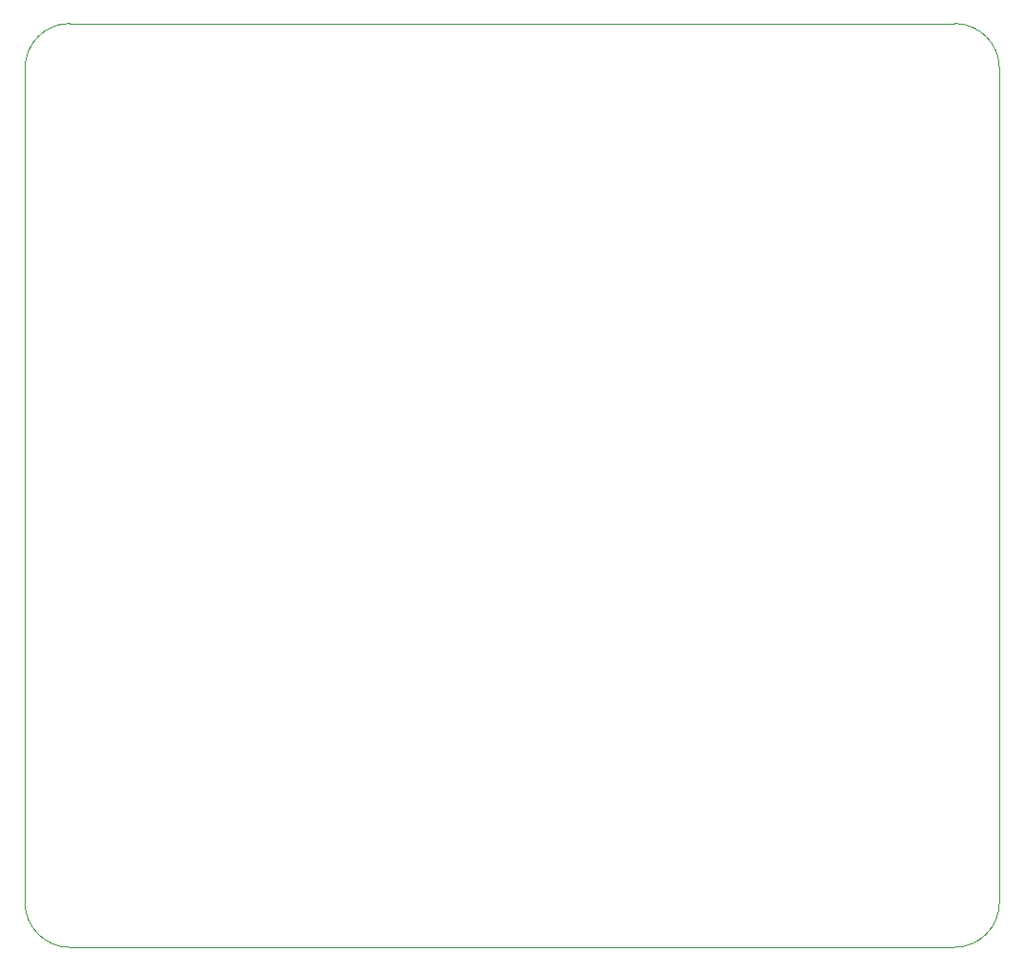
<source format=gbr>
%TF.GenerationSoftware,KiCad,Pcbnew,8.0.4*%
%TF.CreationDate,2024-09-06T13:05:26+08:00*%
%TF.ProjectId,Sensor Board,53656e73-6f72-4204-926f-6172642e6b69,rev?*%
%TF.SameCoordinates,Original*%
%TF.FileFunction,Profile,NP*%
%FSLAX46Y46*%
G04 Gerber Fmt 4.6, Leading zero omitted, Abs format (unit mm)*
G04 Created by KiCad (PCBNEW 8.0.4) date 2024-09-06 13:05:26*
%MOMM*%
%LPD*%
G01*
G04 APERTURE LIST*
%TA.AperFunction,Profile*%
%ADD10C,0.100000*%
%TD*%
G04 APERTURE END LIST*
D10*
X158814000Y-58547000D02*
G75*
G02*
X162814000Y-62547000I0J-4000000D01*
G01*
X80200000Y-140716000D02*
X158814000Y-140716000D01*
X162814000Y-62547000D02*
X162814000Y-136716000D01*
X80200000Y-58547000D02*
X158814000Y-58547000D01*
X76200000Y-136716000D02*
X76200000Y-62547000D01*
X162814000Y-136716000D02*
G75*
G02*
X158814000Y-140716000I-4000000J0D01*
G01*
X76200000Y-62547000D02*
G75*
G02*
X80200000Y-58547000I4000000J0D01*
G01*
X80200000Y-140716000D02*
G75*
G02*
X76200000Y-136716000I0J4000000D01*
G01*
M02*

</source>
